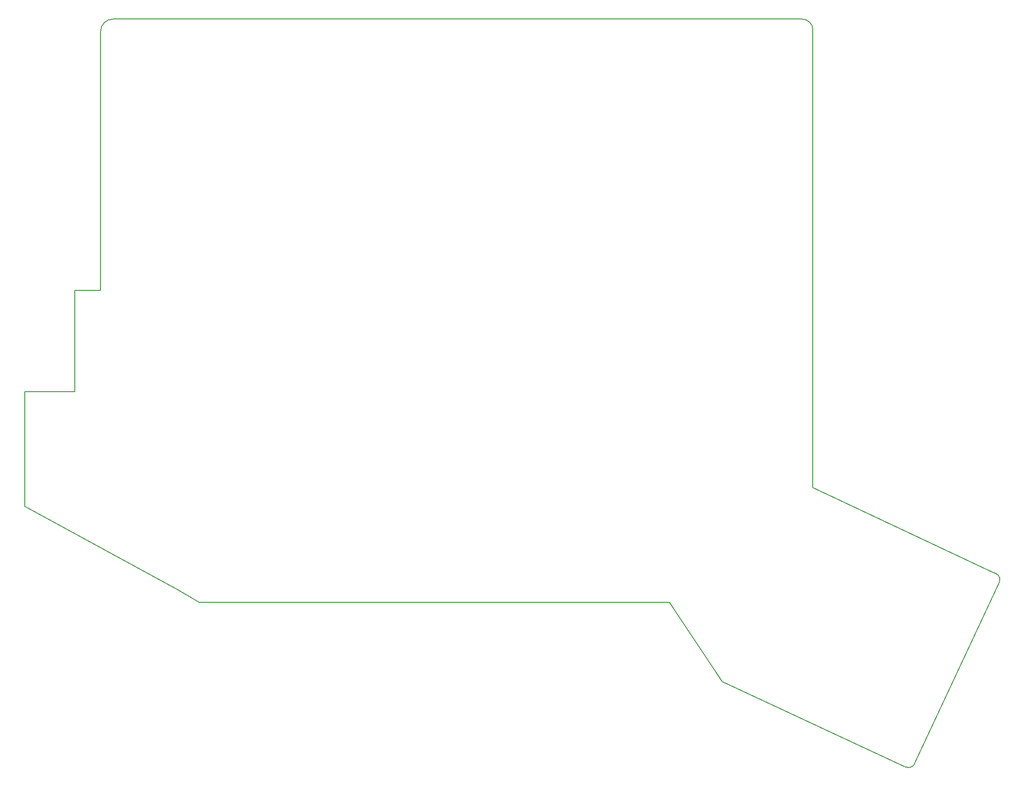
<source format=gbr>
G04 #@! TF.GenerationSoftware,KiCad,Pcbnew,(5.1.5)-3*
G04 #@! TF.CreationDate,2020-01-18T12:49:33+05:30*
G04 #@! TF.ProjectId,ergocape,6572676f-6361-4706-952e-6b696361645f,rev?*
G04 #@! TF.SameCoordinates,Original*
G04 #@! TF.FileFunction,Profile,NP*
%FSLAX46Y46*%
G04 Gerber Fmt 4.6, Leading zero omitted, Abs format (unit mm)*
G04 Created by KiCad (PCBNEW (5.1.5)-3) date 2020-01-18 12:49:33*
%MOMM*%
%LPD*%
G04 APERTURE LIST*
%ADD10C,0.200000*%
%ADD11C,0.150000*%
G04 APERTURE END LIST*
D10*
X31750000Y-68326000D02*
X36576000Y-68326000D01*
D11*
X38862000Y-17272000D02*
X39370000Y-17272000D01*
X36576000Y-48895000D02*
X36576000Y-19558000D01*
D10*
X36576000Y-51943000D02*
X36576000Y-48895000D01*
X36576000Y-68326000D02*
X36576000Y-51943000D01*
X31750000Y-87376000D02*
X31750000Y-68326000D01*
X22352000Y-87376000D02*
X31750000Y-87376000D01*
X22352000Y-87503000D02*
X22352000Y-87376000D01*
X22352000Y-98044000D02*
X22352000Y-87503000D01*
D11*
X157988000Y-17272000D02*
X168402000Y-17272000D01*
X147574000Y-17272000D02*
X157988000Y-17272000D01*
X136906000Y-17272000D02*
X147574000Y-17272000D01*
X127000000Y-17272000D02*
X136906000Y-17272000D01*
X204852770Y-121558610D02*
G75*
G02X205467055Y-123246347I-536726J-1151011D01*
G01*
X204392365Y-121343921D02*
X204852770Y-121558610D01*
X170434000Y-19304000D02*
X170434000Y-105410000D01*
X153365200Y-141833600D02*
X143510000Y-127000000D01*
X153585583Y-141929498D02*
X153365200Y-141833600D01*
X205467055Y-123246347D02*
X189577980Y-157304740D01*
X189577980Y-157304740D02*
G75*
G02X187890244Y-157919026I-1151011J536725D01*
G01*
X153585583Y-141929498D02*
X187890244Y-157919026D01*
X170434000Y-105410000D02*
X204392365Y-121343921D01*
X168402000Y-17272000D02*
G75*
G02X170434000Y-19304000I0J-2032000D01*
G01*
X36580000Y-19558000D02*
G75*
G02X38866000Y-17272000I2286000J0D01*
G01*
X127000000Y-17272000D02*
X39370000Y-17272000D01*
X137160000Y-127000000D02*
X143510000Y-127000000D01*
X22352000Y-108966000D02*
X22860000Y-109220000D01*
X22352000Y-106426000D02*
X22352000Y-108966000D01*
X22352000Y-98044000D02*
X22352000Y-106426000D01*
X55118000Y-127000000D02*
X55880000Y-127000000D01*
X53848000Y-126238000D02*
X55118000Y-127000000D01*
X50800000Y-124460000D02*
X53848000Y-126238000D01*
X55880000Y-127000000D02*
X137160000Y-127000000D01*
X22860000Y-109220000D02*
X50800000Y-124460000D01*
M02*

</source>
